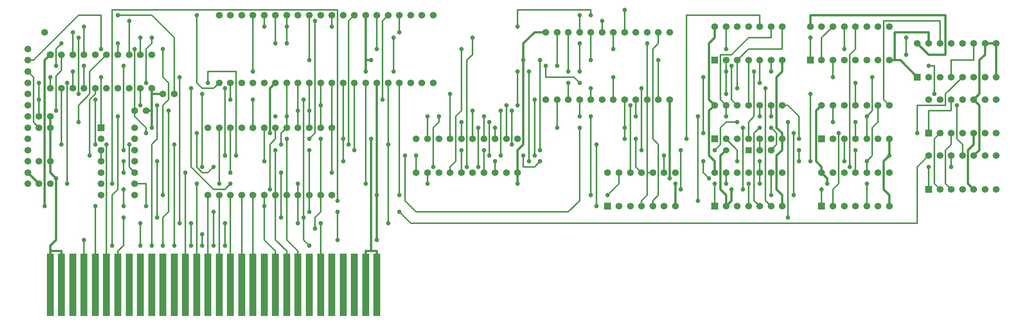
<source format=gbr>
G04 #@! TF.FileFunction,Copper,L1,Top,Signal*
%FSLAX45Y45*%
G04 Gerber Fmt 4.5, Leading zero omitted, Abs format (unit mm)*
G04 Created by KiCad (PCBNEW 4.0.5-e0-6337~49~ubuntu16.04.1) date Sat Jan 14 19:35:42 2017*
%MOMM*%
%LPD*%
G01*
G04 APERTURE LIST*
%ADD10C,0.100000*%
%ADD11C,1.500000*%
%ADD12C,1.600000*%
%ADD13R,1.500000X1.500000*%
%ADD14R,1.400000X1.400000*%
%ADD15C,1.400000*%
%ADD16R,1.500000X14.000000*%
%ADD17C,1.000000*%
%ADD18C,0.350000*%
%ADD19C,0.500000*%
G04 APERTURE END LIST*
D10*
D11*
X7225000Y-8300000D03*
X6975000Y-8300000D03*
X6725000Y-8300000D03*
X6475000Y-8300000D03*
X6225000Y-8300000D03*
X5975000Y-8300000D03*
X5725000Y-8300000D03*
X5475000Y-8300000D03*
X5225000Y-8300000D03*
D12*
X4975000Y-8300000D03*
D11*
X4975000Y-9050000D03*
X5225000Y-9050000D03*
X5475000Y-9050000D03*
X5725000Y-9050000D03*
X5975000Y-9050000D03*
X6225000Y-9050000D03*
X6475000Y-9050000D03*
X6725000Y-9050000D03*
X6975000Y-9050000D03*
X7225000Y-9050000D03*
D13*
X21850000Y-8425000D03*
D11*
X22100000Y-8425000D03*
X22350000Y-8425000D03*
X22600000Y-8425000D03*
X22850000Y-8425000D03*
X23100000Y-8425000D03*
X23350000Y-8425000D03*
X23600000Y-8425000D03*
X23600000Y-7675000D03*
X23350000Y-7675000D03*
X23100000Y-7675000D03*
X22850000Y-7675000D03*
X22600000Y-7675000D03*
X22350000Y-7675000D03*
X22100000Y-7675000D03*
X21850000Y-7675000D03*
D13*
X19725000Y-8425000D03*
D11*
X19975000Y-8425000D03*
X20225000Y-8425000D03*
X20475000Y-8425000D03*
X20725000Y-8425000D03*
X20975000Y-8425000D03*
X21225000Y-8425000D03*
X21225000Y-7675000D03*
X20975000Y-7675000D03*
X20725000Y-7675000D03*
X20475000Y-7675000D03*
X20225000Y-7675000D03*
X19975000Y-7675000D03*
X19725000Y-7675000D03*
X13100000Y-10925000D03*
X13350000Y-10925000D03*
X13600000Y-10925000D03*
X13850000Y-10925000D03*
X14100000Y-10925000D03*
X14350000Y-10925000D03*
X14600000Y-10925000D03*
X14850000Y-10925000D03*
X15100000Y-10925000D03*
X15350000Y-10925000D03*
X15350000Y-10175000D03*
X15100000Y-10175000D03*
X14850000Y-10175000D03*
X14600000Y-10175000D03*
X14350000Y-10175000D03*
X14100000Y-10175000D03*
X13850000Y-10175000D03*
X13600000Y-10175000D03*
X13350000Y-10175000D03*
X13100000Y-10175000D03*
X18725000Y-7800000D03*
X18475000Y-7800000D03*
X18225000Y-7800000D03*
X17975000Y-7800000D03*
X17725000Y-7800000D03*
X17475000Y-7800000D03*
X17225000Y-7800000D03*
X16975000Y-7800000D03*
X16725000Y-7800000D03*
X16475000Y-7800000D03*
X16225000Y-7800000D03*
X15975000Y-7800000D03*
X15975000Y-9300000D03*
X16225000Y-9300000D03*
X16475000Y-9300000D03*
X16725000Y-9300000D03*
X16975000Y-9300000D03*
X17225000Y-9300000D03*
X17475000Y-9300000D03*
X17725000Y-9300000D03*
X17975000Y-9300000D03*
X18225000Y-9300000D03*
X18475000Y-9300000D03*
X18725000Y-9300000D03*
X4974936Y-9925000D03*
X4725000Y-9925000D03*
D14*
X20475000Y-10425000D03*
D15*
X19975000Y-10425000D03*
D11*
X4475000Y-10925000D03*
X4475000Y-10425000D03*
X4475000Y-9675000D03*
X4475000Y-8925000D03*
X4475000Y-8425000D03*
X4475000Y-8175000D03*
X4475000Y-11175000D03*
X4475000Y-10675000D03*
X4475000Y-10175000D03*
X4475000Y-9925000D03*
X4475000Y-9425000D03*
X4475000Y-9175000D03*
X4475000Y-8675000D03*
X4974936Y-10675000D03*
X4725000Y-10675000D03*
X4975000Y-11175000D03*
X4725064Y-11175000D03*
X7475064Y-9175000D03*
X7725000Y-9175000D03*
X4975000Y-9675000D03*
X4725064Y-9675000D03*
X7099936Y-9550000D03*
X6850000Y-9550000D03*
D13*
X19725000Y-10175000D03*
D11*
X19975000Y-10175000D03*
X20225000Y-10175000D03*
X20475000Y-10175000D03*
X20725000Y-10175000D03*
X20975000Y-10175000D03*
X21225000Y-10175000D03*
X21225000Y-9425000D03*
X20975000Y-9425000D03*
X20725000Y-9425000D03*
X20475000Y-9425000D03*
X20225000Y-9425000D03*
X19975000Y-9425000D03*
X19725000Y-9425000D03*
D13*
X17350000Y-11675000D03*
D11*
X17600000Y-11675000D03*
X17850000Y-11675000D03*
X18100000Y-11675000D03*
X18350000Y-11675000D03*
X18600000Y-11675000D03*
X18850000Y-11675000D03*
X18850000Y-10925000D03*
X18600000Y-10925000D03*
X18350000Y-10925000D03*
X18100000Y-10925000D03*
X17850000Y-10925000D03*
X17600000Y-10925000D03*
X17350000Y-10925000D03*
D13*
X19725000Y-11675000D03*
D11*
X19975000Y-11675000D03*
X20225000Y-11675000D03*
X20475000Y-11675000D03*
X20725000Y-11675000D03*
X20975000Y-11675000D03*
X21225000Y-11675000D03*
X21225000Y-10925000D03*
X20975000Y-10925000D03*
X20725000Y-10925000D03*
X20475000Y-10925000D03*
X20225000Y-10925000D03*
X19975000Y-10925000D03*
X19725000Y-10925000D03*
D13*
X24225000Y-8800000D03*
D11*
X24475000Y-8800000D03*
X24725000Y-8800000D03*
X24975000Y-8800000D03*
X25225000Y-8800000D03*
X25475000Y-8800000D03*
X25725000Y-8800000D03*
X25975000Y-8800000D03*
X25975000Y-8050000D03*
X25725000Y-8050000D03*
X25475000Y-8050000D03*
X25225000Y-8050000D03*
X24975000Y-8050000D03*
X24725000Y-8050000D03*
X24475000Y-8050000D03*
X24225000Y-8050000D03*
D13*
X24475000Y-10050000D03*
D11*
X24725000Y-10050000D03*
X24975000Y-10050000D03*
X25225000Y-10050000D03*
X25475000Y-10050000D03*
X25725000Y-10050000D03*
X25975000Y-10050000D03*
X25975000Y-9300000D03*
X25725000Y-9300000D03*
X25475000Y-9300000D03*
X25225000Y-9300000D03*
X24975000Y-9300000D03*
X24725000Y-9300000D03*
X24475000Y-9300000D03*
D13*
X24475000Y-11300000D03*
D11*
X24725000Y-11300000D03*
X24975000Y-11300000D03*
X25225000Y-11300000D03*
X25475000Y-11300000D03*
X25725000Y-11300000D03*
X25975000Y-11300000D03*
X25975000Y-10550000D03*
X25725000Y-10550000D03*
X25475000Y-10550000D03*
X25225000Y-10550000D03*
X24975000Y-10550000D03*
X24725000Y-10550000D03*
X24475000Y-10550000D03*
D13*
X22100000Y-11675000D03*
D11*
X22350000Y-11675000D03*
X22600000Y-11675000D03*
X22850000Y-11675000D03*
X23100000Y-11675000D03*
X23350000Y-11675000D03*
X23600000Y-11675000D03*
X23600000Y-10925000D03*
X23350000Y-10925000D03*
X23100000Y-10925000D03*
X22850000Y-10925000D03*
X22600000Y-10925000D03*
X22350000Y-10925000D03*
X22100000Y-10925000D03*
D13*
X22100000Y-10175000D03*
D11*
X22350000Y-10175000D03*
X22600000Y-10175000D03*
X22850000Y-10175000D03*
X23100000Y-10175000D03*
X23350000Y-10175000D03*
X23600000Y-10175000D03*
X23600000Y-9425000D03*
X23350000Y-9425000D03*
X23100000Y-9425000D03*
X22850000Y-9425000D03*
X22600000Y-9425000D03*
X22350000Y-9425000D03*
X22100000Y-9425000D03*
X20974936Y-10425000D03*
X20725000Y-10425000D03*
D13*
X6100000Y-9925000D03*
D11*
X6100000Y-10175000D03*
X6100000Y-10425000D03*
X6100000Y-10675000D03*
X6100000Y-10925000D03*
X6100000Y-11175000D03*
X6100000Y-11425000D03*
X6850000Y-11425000D03*
X6850000Y-11175000D03*
X6850000Y-10925000D03*
X6850000Y-10675000D03*
X6850000Y-10425000D03*
X6850000Y-10175000D03*
X6850000Y-9925000D03*
D16*
X4975000Y-13425000D03*
X5225000Y-13425000D03*
X5475000Y-13425000D03*
X5725000Y-13425000D03*
X5975000Y-13425000D03*
X6225000Y-13425000D03*
X6475000Y-13425000D03*
X6725000Y-13425000D03*
X6975000Y-13425000D03*
X7225000Y-13425000D03*
X7475000Y-13425000D03*
X7725000Y-13425000D03*
X7975000Y-13425000D03*
X8225000Y-13425000D03*
X8475000Y-13425000D03*
X8725000Y-13425000D03*
X8975000Y-13425000D03*
X9225000Y-13425000D03*
X9475000Y-13425000D03*
X9725000Y-13425000D03*
X9975000Y-13425000D03*
X10225000Y-13425000D03*
X10475000Y-13425000D03*
X10725000Y-13425000D03*
X10975000Y-13425000D03*
X11225000Y-13425000D03*
X11475000Y-13425000D03*
X11725000Y-13425000D03*
X11975000Y-13425000D03*
X12225000Y-13425000D03*
D11*
X8475000Y-11425000D03*
X8725000Y-11425000D03*
X8975000Y-11425000D03*
X9225000Y-11425000D03*
X9475000Y-11425000D03*
X9725000Y-11425000D03*
X9975000Y-11425000D03*
X10225000Y-11425000D03*
X10475000Y-11425000D03*
X10725000Y-11425000D03*
X10975000Y-11425000D03*
X11225000Y-11425000D03*
X11225000Y-9925000D03*
X10975000Y-9925000D03*
X10725000Y-9925000D03*
X10475000Y-9925000D03*
X10225000Y-9925000D03*
X9975000Y-9925000D03*
X9725000Y-9925000D03*
X9475000Y-9925000D03*
X9225000Y-9925000D03*
X8975000Y-9925000D03*
X8725000Y-9925000D03*
X8475000Y-9925000D03*
X4850000Y-7800000D03*
X13475000Y-7425000D03*
X13225000Y-7425000D03*
X12975000Y-7425000D03*
X12725000Y-7425000D03*
X12475000Y-7425000D03*
X12225000Y-7425000D03*
X11975000Y-7425000D03*
X11725000Y-7425000D03*
X11475000Y-7425000D03*
X11225000Y-7425000D03*
X10975000Y-7425000D03*
X10725000Y-7425000D03*
X10475000Y-7425000D03*
X10225000Y-7425000D03*
X9975000Y-7425000D03*
X9725000Y-7425000D03*
X9475000Y-7425000D03*
X9225000Y-7425000D03*
X8975000Y-7425000D03*
X8725000Y-7425000D03*
X8725000Y-8925000D03*
X8975000Y-8925000D03*
X9225000Y-8925000D03*
X9475000Y-8925000D03*
X9725000Y-8925000D03*
X9975000Y-8925000D03*
X10225000Y-8925000D03*
X10475000Y-8925000D03*
X10725000Y-8925000D03*
X10975000Y-8925000D03*
X11225000Y-8925000D03*
X11475000Y-8925000D03*
X11725000Y-8925000D03*
X11975000Y-8925000D03*
X12225000Y-8925000D03*
X12475000Y-8925000D03*
X12725000Y-8925000D03*
X12975000Y-8925000D03*
X13225000Y-8925000D03*
X13475000Y-8925000D03*
D17*
X16725000Y-7425000D03*
X17225000Y-7550000D03*
X17725000Y-7300000D03*
X12725000Y-7800000D03*
X7475000Y-11425000D03*
X7475000Y-8175000D03*
X12225000Y-8175000D03*
X17975000Y-9675000D03*
X12725000Y-11425000D03*
X16975000Y-11425000D03*
X16975000Y-9675000D03*
X17475000Y-8800000D03*
X16975000Y-9050000D03*
X16475000Y-8925000D03*
X4850000Y-11675000D03*
X12100000Y-8425000D03*
X12225000Y-11425000D03*
X12225000Y-12425000D03*
X20100000Y-11300000D03*
X15475000Y-8425000D03*
X15350000Y-11175000D03*
X18850000Y-11175000D03*
X11975000Y-8675000D03*
X23600000Y-10550000D03*
X10725000Y-12550000D03*
X22350000Y-9800000D03*
X21350000Y-9800000D03*
X21350000Y-11925000D03*
X12350000Y-9300000D03*
X10600000Y-11925000D03*
X10600000Y-9300000D03*
X9475000Y-9300000D03*
X8225000Y-7425000D03*
X5225000Y-8050000D03*
X5100000Y-8550000D03*
X6475000Y-7425000D03*
X8975000Y-9300000D03*
X4725000Y-8925000D03*
X4725000Y-9300000D03*
X5975000Y-9300000D03*
X5975000Y-10300000D03*
X8850000Y-10550000D03*
X8850000Y-9050000D03*
X8350000Y-9175000D03*
X8350000Y-10800000D03*
X12475000Y-12050000D03*
X10975000Y-12050000D03*
X12475000Y-10300000D03*
X15225000Y-10300000D03*
X15225000Y-9550000D03*
X7100000Y-8925000D03*
X7225000Y-7925000D03*
X19975000Y-11175000D03*
X19725000Y-11175000D03*
X23975000Y-8300000D03*
X23975000Y-7925000D03*
X21850000Y-7925000D03*
X18225000Y-8050000D03*
X17850000Y-9425000D03*
X15350000Y-9425000D03*
X15350000Y-8675000D03*
X12600000Y-8675000D03*
X12600000Y-7925000D03*
X5350000Y-8925000D03*
X5350000Y-11175000D03*
X4975000Y-8800000D03*
X14225000Y-10800000D03*
X14350000Y-7925000D03*
X14100000Y-8175000D03*
X17475000Y-8175000D03*
X14600000Y-10425000D03*
X15850000Y-10425000D03*
X15850000Y-8425000D03*
X16975000Y-8425000D03*
X14850000Y-10675000D03*
X15600000Y-10675000D03*
X15600000Y-8675000D03*
X16475000Y-8675000D03*
X16225000Y-9925000D03*
X14850000Y-9925000D03*
X16725000Y-9675000D03*
X14600000Y-9675000D03*
X13850000Y-9175000D03*
X18475000Y-8425000D03*
X18100000Y-10425000D03*
X18100000Y-9050000D03*
X20225000Y-9050000D03*
X7225000Y-9925000D03*
X5100000Y-11050000D03*
X22225000Y-11175000D03*
X18725000Y-11050000D03*
X12100000Y-10175000D03*
X9850000Y-10050000D03*
X19975000Y-8175000D03*
X5600000Y-7925000D03*
X6975000Y-7925000D03*
X5600000Y-9175000D03*
X5600000Y-9800000D03*
X5100000Y-9550000D03*
X5225000Y-10300000D03*
X5850000Y-10550000D03*
X6975000Y-9425000D03*
X22350000Y-8800000D03*
X24225000Y-10050000D03*
X19350000Y-11550000D03*
X19350000Y-9675000D03*
X22475000Y-10050000D03*
X19975000Y-9675000D03*
X22600000Y-8175000D03*
X24475000Y-10800000D03*
X24975000Y-10800000D03*
X20975000Y-9925000D03*
X20725000Y-9925000D03*
X21600000Y-10675000D03*
X21600000Y-10425000D03*
X25100000Y-9425000D03*
X24600000Y-9175000D03*
X23100000Y-9675000D03*
X20975000Y-9675000D03*
X23225000Y-8800000D03*
X24475000Y-8550000D03*
X22850000Y-9800000D03*
X22725000Y-10800000D03*
X20725000Y-11175000D03*
X20475000Y-11175000D03*
X20725000Y-10675000D03*
X20225000Y-10675000D03*
X20850000Y-9050000D03*
X20975000Y-11425000D03*
X22600000Y-10675000D03*
X23100000Y-10675000D03*
X19100000Y-10175000D03*
X17975000Y-10175000D03*
X6350000Y-11175000D03*
X11350000Y-11550000D03*
X17350000Y-11425000D03*
X23100000Y-11175000D03*
X22850000Y-10425000D03*
X13475000Y-10800000D03*
X8600000Y-10800000D03*
X8225000Y-10050000D03*
X6850000Y-8175000D03*
X6100000Y-8175000D03*
X7100000Y-10050000D03*
X19475000Y-10675000D03*
X15850000Y-10675000D03*
X15475000Y-10550000D03*
X14975000Y-10550000D03*
X14975000Y-9550000D03*
X13600000Y-9675000D03*
X19600000Y-11050000D03*
X20975000Y-8675000D03*
X20600000Y-8675000D03*
X21600000Y-10175000D03*
X6100000Y-8800000D03*
X22850000Y-8925000D03*
X16725000Y-9925000D03*
X19475000Y-10050000D03*
X12850000Y-10550000D03*
X9100000Y-10550000D03*
X8475000Y-8925000D03*
X19475000Y-8800000D03*
X6225000Y-10300000D03*
X6725000Y-10300000D03*
X6600000Y-10425000D03*
X6600000Y-8550000D03*
X15975000Y-8550000D03*
X16725000Y-8925000D03*
X20725000Y-8925000D03*
X6600000Y-10675000D03*
X6600000Y-10925000D03*
X16975000Y-7425000D03*
X15350000Y-7675000D03*
X11225000Y-7675000D03*
X18600000Y-10550000D03*
X15725000Y-10550000D03*
X15729289Y-9300000D03*
X20350000Y-11300000D03*
X22100000Y-11300000D03*
X20350000Y-9925000D03*
X17725000Y-10175000D03*
X17725000Y-9925000D03*
X6725000Y-7550000D03*
X19975000Y-9175000D03*
X19975000Y-8675000D03*
X16725000Y-8675000D03*
X16725000Y-8050000D03*
X10225000Y-7675000D03*
X10225000Y-8050000D03*
X21850000Y-9175000D03*
X21850000Y-10675000D03*
X9850000Y-11300000D03*
X6600000Y-11300000D03*
X6600000Y-11675000D03*
X5975000Y-11675000D03*
X9975000Y-9675000D03*
X6475000Y-9675000D03*
X6350000Y-12550000D03*
X10725000Y-8425000D03*
X5725000Y-8550000D03*
X5475000Y-7800000D03*
X9975000Y-8050000D03*
X6475000Y-8050000D03*
X5725000Y-7675000D03*
X9725000Y-7675000D03*
X5475000Y-8675000D03*
X9475000Y-8675000D03*
X19725000Y-10425000D03*
X8100000Y-9050000D03*
X21475000Y-11425000D03*
X21475000Y-10050000D03*
X18975000Y-10425000D03*
X18975000Y-11300000D03*
X8975000Y-11175000D03*
X20225000Y-9800000D03*
X11600000Y-10300000D03*
X9975000Y-10425000D03*
X10225000Y-10175000D03*
X10725000Y-10175000D03*
X10850000Y-7550000D03*
X10100000Y-10300000D03*
X7725000Y-10300000D03*
X7725000Y-12550000D03*
X10225000Y-9675000D03*
X13350000Y-9675000D03*
X10475000Y-9550000D03*
X7600000Y-9550000D03*
X7475000Y-12550000D03*
X14100000Y-9800000D03*
X10725000Y-9550000D03*
X14350000Y-9550000D03*
X7350000Y-9425000D03*
X7225000Y-12550000D03*
X7850000Y-12050000D03*
X6975000Y-12050000D03*
X6975000Y-12550000D03*
X7850000Y-8800000D03*
X10975000Y-9425000D03*
X15100000Y-9425000D03*
X10100000Y-10925000D03*
X10100000Y-11925000D03*
X8100000Y-12050000D03*
X8100000Y-12550000D03*
X11225000Y-10925000D03*
X14475000Y-10800000D03*
X14475000Y-9925000D03*
X11475000Y-10675000D03*
X8350000Y-12300000D03*
X10850000Y-12175000D03*
X8350000Y-12550000D03*
X10975000Y-10175000D03*
X11475000Y-10175000D03*
X8600000Y-12550000D03*
X14100000Y-10425000D03*
X11725000Y-10425000D03*
X10725000Y-10425000D03*
X8600000Y-11800000D03*
X10725000Y-11800000D03*
X8850000Y-12050000D03*
X8850000Y-12550000D03*
X11975000Y-11175000D03*
X13350000Y-11175000D03*
X10475000Y-11175000D03*
X10475000Y-12050000D03*
X20100000Y-8550000D03*
X16225000Y-8550000D03*
X20725000Y-9675000D03*
X13100000Y-10550000D03*
X14725000Y-10550000D03*
X14725000Y-9800000D03*
X17100000Y-10300000D03*
X17100000Y-11675000D03*
X7100000Y-11675000D03*
X9725000Y-11675000D03*
X7350000Y-10675000D03*
X9725000Y-10675000D03*
X7350000Y-11925000D03*
X6600000Y-11925000D03*
X7975000Y-10925000D03*
X8975000Y-10925000D03*
X8225000Y-11175000D03*
X8725000Y-11175000D03*
X12725000Y-11800000D03*
X11350000Y-11800000D03*
X11350000Y-12425000D03*
X5725000Y-12425000D03*
D18*
X16725000Y-7800000D02*
X16725000Y-7425000D01*
X17225000Y-7800000D02*
X17225000Y-7550000D01*
X17725000Y-7800000D02*
X17725000Y-7300000D01*
X12725000Y-7425000D02*
X12725000Y-7800000D01*
X7475000Y-9425000D02*
X7475000Y-11425000D01*
X7600000Y-9300000D02*
X7475000Y-9425000D01*
X7600000Y-8925000D02*
X7600000Y-9300000D01*
X7475000Y-8800000D02*
X7600000Y-8925000D01*
X7475000Y-8175000D02*
X7475000Y-8800000D01*
X12225000Y-7425000D02*
X12225000Y-8175000D01*
X12725000Y-8925000D02*
X12725000Y-11425000D01*
X16975000Y-9675000D02*
X16975000Y-11425000D01*
X17975000Y-9300000D02*
X17975000Y-9675000D01*
X17475000Y-8800000D02*
X17475000Y-9300000D01*
X16975000Y-9050000D02*
X16975000Y-9300000D01*
X16475000Y-9300000D02*
X16475000Y-8925000D01*
D19*
X12225000Y-11425000D02*
X12225000Y-12425000D01*
X4850000Y-8425000D02*
X4850000Y-11675000D01*
X4975000Y-8300000D02*
X4850000Y-8425000D01*
X11975000Y-8675000D02*
X11975000Y-8425000D01*
X11975000Y-8425000D02*
X11975000Y-7425000D01*
X12100000Y-8425000D02*
X11975000Y-8425000D01*
X12225000Y-12425000D02*
X12225000Y-8925000D01*
X20100000Y-11550000D02*
X20100000Y-11300000D01*
X19975000Y-11675000D02*
X20100000Y-11550000D01*
X19850000Y-10550000D02*
X19975000Y-10425000D01*
X19850000Y-11300000D02*
X19850000Y-10550000D01*
X19975000Y-11425000D02*
X19850000Y-11300000D01*
X19975000Y-11675000D02*
X19975000Y-11425000D01*
X21225000Y-11425000D02*
X21225000Y-11675000D01*
X21100000Y-11300000D02*
X21225000Y-11425000D01*
X21100000Y-10550000D02*
X21100000Y-11300000D01*
X21225000Y-10175000D02*
X21225000Y-10425000D01*
X21225000Y-10050000D02*
X21225000Y-10175000D01*
X21225000Y-8425000D02*
X21225000Y-8675000D01*
X23600000Y-11425000D02*
X23600000Y-11675000D01*
X25975000Y-8050000D02*
X25975000Y-8800000D01*
X25600000Y-9425000D02*
X25475000Y-9300000D01*
X25600000Y-10425000D02*
X25600000Y-9425000D01*
X25475000Y-10550000D02*
X25600000Y-10425000D01*
X23850000Y-8425000D02*
X24225000Y-8800000D01*
X23725000Y-8425000D02*
X23850000Y-8425000D01*
X23725000Y-8425000D02*
X23600000Y-8425000D01*
X23725000Y-7800000D02*
X23725000Y-8425000D01*
X24475000Y-7800000D02*
X23725000Y-7800000D01*
X24475000Y-8050000D02*
X24475000Y-7800000D01*
X25975000Y-8050000D02*
X25725000Y-8050000D01*
X25725000Y-8300000D02*
X25725000Y-8050000D01*
X25600000Y-8425000D02*
X25725000Y-8300000D01*
X25600000Y-9175000D02*
X25600000Y-8425000D01*
X25475000Y-9300000D02*
X25600000Y-9175000D01*
X15350000Y-10425000D02*
X15350000Y-10925000D01*
X15475000Y-10300000D02*
X15350000Y-10425000D01*
X15475000Y-8425000D02*
X15475000Y-10300000D01*
X15475000Y-8050000D02*
X15475000Y-8425000D01*
X15725000Y-7800000D02*
X15475000Y-8050000D01*
X15975000Y-7800000D02*
X15725000Y-7800000D01*
X23600000Y-10175000D02*
X23600000Y-10550000D01*
X15350000Y-10925000D02*
X15350000Y-11175000D01*
X18850000Y-11675000D02*
X18850000Y-11175000D01*
X21225000Y-8675000D02*
X21100000Y-8800000D01*
X23475000Y-11300000D02*
X23600000Y-11425000D01*
X21225000Y-10425000D02*
X21100000Y-10550000D01*
X21100000Y-9925000D02*
X21225000Y-10050000D01*
X21100000Y-8800000D02*
X21100000Y-9925000D01*
X23475000Y-10675000D02*
X23475000Y-11300000D01*
X23600000Y-10550000D02*
X23475000Y-10675000D01*
D18*
X10600000Y-9300000D02*
X10600000Y-11925000D01*
X10600000Y-11925000D02*
X10600000Y-12425000D01*
X10600000Y-12425000D02*
X10725000Y-12550000D01*
X22350000Y-9800000D02*
X22350000Y-9425000D01*
X21350000Y-11925000D02*
X21350000Y-9800000D01*
X12350000Y-9300000D02*
X12350000Y-7550000D01*
X12350000Y-7550000D02*
X12475000Y-7425000D01*
X9475000Y-9925000D02*
X9475000Y-9300000D01*
X4600000Y-8800000D02*
X4475000Y-8675000D01*
X4600000Y-9800000D02*
X4600000Y-8800000D01*
X4725000Y-9925000D02*
X4600000Y-9800000D01*
X8600000Y-9050000D02*
X8725000Y-8925000D01*
X8350000Y-9050000D02*
X8600000Y-9050000D01*
X8225000Y-8925000D02*
X8350000Y-9050000D01*
X8225000Y-7425000D02*
X8225000Y-8925000D01*
X5100000Y-8550000D02*
X5100000Y-8175000D01*
X5100000Y-8175000D02*
X5225000Y-8050000D01*
X7225000Y-7425000D02*
X6475000Y-7425000D01*
X7725000Y-7925000D02*
X7225000Y-7425000D01*
X7725000Y-9175000D02*
X7725000Y-7925000D01*
X8975000Y-8925000D02*
X8975000Y-9300000D01*
X4725000Y-9300000D02*
X4725000Y-9674936D01*
X4725000Y-9674936D02*
X4725064Y-9675000D01*
X4725000Y-9300000D02*
X4725000Y-8925000D01*
X5975000Y-10300000D02*
X5975000Y-9300000D01*
X8850000Y-9050000D02*
X8850000Y-10550000D01*
X8350000Y-10800000D02*
X8350000Y-9175000D01*
X12475000Y-10300000D02*
X12475000Y-12050000D01*
X10975000Y-13300000D02*
X10975000Y-12050000D01*
X12475000Y-8925000D02*
X12475000Y-10300000D01*
X15225000Y-10300000D02*
X15225000Y-9550000D01*
X4975000Y-8800000D02*
X4975000Y-9050000D01*
X18225000Y-9300000D02*
X18225000Y-10925000D01*
X7100000Y-8175000D02*
X7100000Y-8925000D01*
X7225000Y-8050000D02*
X7100000Y-8175000D01*
X7225000Y-7925000D02*
X7225000Y-8050000D01*
X18225000Y-8050000D02*
X18225000Y-9300000D01*
X19975000Y-11175000D02*
X19975000Y-10925000D01*
X19725000Y-11675000D02*
X19725000Y-11175000D01*
X24975000Y-8425000D02*
X24975000Y-8800000D01*
X25475000Y-8425000D02*
X24975000Y-8425000D01*
X25475000Y-8050000D02*
X25475000Y-8425000D01*
X21850000Y-8425000D02*
X21850000Y-7925000D01*
X23975000Y-8300000D02*
X23975000Y-7925000D01*
X17850000Y-10925000D02*
X17850000Y-9425000D01*
X18225000Y-10925000D02*
X18350000Y-10925000D01*
X18225000Y-11425000D02*
X18225000Y-10925000D01*
X18100000Y-11550000D02*
X18225000Y-11425000D01*
X18100000Y-11675000D02*
X18100000Y-11550000D01*
X15350000Y-8675000D02*
X15350000Y-9425000D01*
X12600000Y-7925000D02*
X12600000Y-8675000D01*
X5350000Y-8925000D02*
X5350000Y-11175000D01*
X18475000Y-10300000D02*
X18350000Y-10175000D01*
X18475000Y-11425000D02*
X18475000Y-10300000D01*
X18350000Y-11550000D02*
X18475000Y-11425000D01*
X18350000Y-10175000D02*
X18350000Y-8175000D01*
X18475000Y-8050000D02*
X18475000Y-7800000D01*
X18350000Y-8175000D02*
X18475000Y-8050000D01*
X18350000Y-11675000D02*
X18350000Y-11550000D01*
X14225000Y-10800000D02*
X14225000Y-8425000D01*
X14350000Y-8300000D02*
X14350000Y-7925000D01*
X14225000Y-8425000D02*
X14350000Y-8300000D01*
X13975000Y-10675000D02*
X13975000Y-9675000D01*
X13850000Y-10800000D02*
X13975000Y-10675000D01*
X13850000Y-10925000D02*
X13850000Y-10800000D01*
X14100000Y-9550000D02*
X13975000Y-9675000D01*
X14100000Y-8175000D02*
X14100000Y-9550000D01*
X17475000Y-7800000D02*
X17475000Y-8175000D01*
X14600000Y-10425000D02*
X14600000Y-10925000D01*
X15850000Y-8425000D02*
X15850000Y-10425000D01*
X16975000Y-7800000D02*
X16975000Y-8425000D01*
X14850000Y-10925000D02*
X14850000Y-10675000D01*
X15600000Y-8675000D02*
X15600000Y-10675000D01*
X16475000Y-7800000D02*
X16475000Y-8675000D01*
X16225000Y-9925000D02*
X16225000Y-9300000D01*
X14850000Y-10175000D02*
X14850000Y-9925000D01*
X16725000Y-9675000D02*
X16725000Y-9300000D01*
X14600000Y-10175000D02*
X14600000Y-9675000D01*
X13850000Y-10175000D02*
X13850000Y-9175000D01*
X18475000Y-8425000D02*
X18475000Y-9300000D01*
X20475000Y-8175000D02*
X20225000Y-8425000D01*
X21225000Y-8175000D02*
X20475000Y-8175000D01*
X21225000Y-7675000D02*
X21225000Y-8175000D01*
X18100000Y-10425000D02*
X18100000Y-9050000D01*
X20225000Y-8425000D02*
X20225000Y-9050000D01*
D19*
X9850000Y-9050000D02*
X9850000Y-10050000D01*
X9975000Y-8925000D02*
X9850000Y-9050000D01*
X7225000Y-9550000D02*
X7225000Y-9925000D01*
X12100000Y-12675000D02*
X11975000Y-12675000D01*
X12225000Y-12675000D02*
X12100000Y-12675000D01*
X12100000Y-12675000D02*
X12100000Y-10175000D01*
X11975000Y-12675000D02*
X11975000Y-13425000D01*
X12225000Y-13425000D02*
X12225000Y-12675000D01*
X5225000Y-12675000D02*
X5225000Y-13425000D01*
X4975000Y-12675000D02*
X4975000Y-13425000D01*
X4975000Y-12550000D02*
X4975000Y-12675000D01*
X4975000Y-12675000D02*
X5225000Y-12675000D01*
X5100000Y-11050000D02*
X5100000Y-12425000D01*
X5100000Y-12425000D02*
X4975000Y-12550000D01*
X4974936Y-10924936D02*
X5100000Y-11050000D01*
X4974936Y-10675000D02*
X4974936Y-10924936D01*
X4725064Y-11175000D02*
X4725000Y-11175000D01*
X4725000Y-11175000D02*
X4475000Y-10925000D01*
X4975000Y-9675000D02*
X4975000Y-9924936D01*
X4975000Y-9924936D02*
X4974936Y-9925000D01*
X7225000Y-9550000D02*
X7225000Y-9175000D01*
X7225000Y-9175000D02*
X7225000Y-9050000D01*
X7475064Y-9175000D02*
X7225000Y-9175000D01*
X19725000Y-10675000D02*
X19725000Y-10925000D01*
X19725000Y-9425000D02*
X19600000Y-9550000D01*
X22100000Y-10925000D02*
X22225000Y-11050000D01*
X22225000Y-11050000D02*
X22225000Y-11175000D01*
X22100000Y-10925000D02*
X22100000Y-10800000D01*
X25350000Y-11175000D02*
X25475000Y-11300000D01*
X25350000Y-10425000D02*
X25350000Y-11175000D01*
X25475000Y-10050000D02*
X25475000Y-10300000D01*
X21850000Y-7675000D02*
X21850000Y-7425000D01*
X21850000Y-7425000D02*
X24850000Y-7425000D01*
X24850000Y-7425000D02*
X24850000Y-8300000D01*
X24850000Y-8300000D02*
X24475000Y-8300000D01*
X24475000Y-8300000D02*
X24225000Y-8050000D01*
X19725000Y-9425000D02*
X19600000Y-9300000D01*
X19600000Y-8050000D02*
X19725000Y-7925000D01*
X19600000Y-9300000D02*
X19600000Y-8050000D01*
X19725000Y-7925000D02*
X19725000Y-7675000D01*
X18725000Y-11050000D02*
X18725000Y-9300000D01*
X7099936Y-9550000D02*
X7225000Y-9550000D01*
X4974936Y-9925000D02*
X4974936Y-10674936D01*
X19600000Y-9550000D02*
X19600000Y-10550000D01*
X19600000Y-10550000D02*
X19725000Y-10675000D01*
X21975000Y-9550000D02*
X22100000Y-9425000D01*
X21975000Y-10675000D02*
X21975000Y-9550000D01*
X22100000Y-10800000D02*
X21975000Y-10675000D01*
X25475000Y-10300000D02*
X25350000Y-10425000D01*
D18*
X19975000Y-8175000D02*
X19975000Y-7675000D01*
X5600000Y-9175000D02*
X5600000Y-7925000D01*
X6975000Y-8300000D02*
X6975000Y-7925000D01*
X5600000Y-9425000D02*
X5600000Y-9800000D01*
X5850000Y-9175000D02*
X5600000Y-9425000D01*
X5850000Y-8675000D02*
X5850000Y-9175000D01*
X6225000Y-8300000D02*
X5850000Y-8675000D01*
X5100000Y-8775000D02*
X5225000Y-8650000D01*
X5225000Y-8650000D02*
X5225000Y-8300000D01*
X5100000Y-9550000D02*
X5100000Y-8775000D01*
X5225000Y-9000000D02*
X5225000Y-10300000D01*
X5975000Y-9175000D02*
X5975000Y-9050000D01*
X5850000Y-9300000D02*
X5850000Y-10550000D01*
X5850000Y-9300000D02*
X5975000Y-9175000D01*
X6975000Y-9000000D02*
X6975000Y-9425000D01*
X22350000Y-8425000D02*
X22350000Y-8800000D01*
X22100000Y-7925000D02*
X22100000Y-8425000D01*
X22350000Y-7675000D02*
X22100000Y-7925000D01*
X24225000Y-10050000D02*
X24225000Y-9425000D01*
X24225000Y-9425000D02*
X24850000Y-9425000D01*
X19975000Y-9425000D02*
X19975000Y-9675000D01*
X22350000Y-11300000D02*
X22475000Y-11175000D01*
X22350000Y-11675000D02*
X22350000Y-11300000D01*
X19975000Y-9425000D02*
X19850000Y-9300000D01*
X19850000Y-9300000D02*
X19850000Y-8300000D01*
X20100000Y-8300000D02*
X20475000Y-7925000D01*
X19850000Y-8300000D02*
X20100000Y-8300000D01*
X20475000Y-7925000D02*
X20975000Y-7925000D01*
X20975000Y-7925000D02*
X20975000Y-7675000D01*
X24850000Y-9175000D02*
X25225000Y-8800000D01*
X24850000Y-9425000D02*
X24850000Y-9175000D01*
X19350000Y-9675000D02*
X19350000Y-11550000D01*
X22475000Y-11175000D02*
X22475000Y-10050000D01*
X22600000Y-8175000D02*
X22600000Y-7675000D01*
X23475000Y-7550000D02*
X23475000Y-9300000D01*
X23475000Y-9300000D02*
X23600000Y-9425000D01*
X24725000Y-7550000D02*
X23475000Y-7550000D01*
X24725000Y-8050000D02*
X24725000Y-7550000D01*
X24975000Y-10800000D02*
X24975000Y-10550000D01*
X24475000Y-11300000D02*
X24475000Y-10800000D01*
X20974936Y-10425000D02*
X21099936Y-10300000D01*
X21099936Y-10300000D02*
X21099936Y-10049936D01*
X20725000Y-11675000D02*
X20600000Y-11550000D01*
X24600000Y-11175000D02*
X24725000Y-11300000D01*
X24600000Y-10175000D02*
X24600000Y-11175000D01*
X24725000Y-10050000D02*
X24600000Y-10175000D01*
X20600000Y-11550000D02*
X20600000Y-10050000D01*
X21099936Y-10049936D02*
X20975000Y-9925000D01*
X20600000Y-10050000D02*
X20725000Y-9925000D01*
X24850000Y-11175000D02*
X24975000Y-11300000D01*
X24850000Y-10425000D02*
X24850000Y-11175000D01*
X24975000Y-10050000D02*
X24975000Y-10300000D01*
X21600000Y-10425000D02*
X21600000Y-10675000D01*
X24975000Y-10300000D02*
X24850000Y-10425000D01*
X25225000Y-10550000D02*
X25225000Y-10300000D01*
X25100000Y-10175000D02*
X25100000Y-9425000D01*
X25225000Y-10300000D02*
X25100000Y-10175000D01*
X24475000Y-10050000D02*
X24475000Y-9550000D01*
X24975000Y-9550000D02*
X24975000Y-9300000D01*
X24475000Y-9550000D02*
X24975000Y-9550000D01*
X20975000Y-9675000D02*
X20975000Y-9425000D01*
X23100000Y-9675000D02*
X23100000Y-10175000D01*
X23225000Y-9550000D02*
X23100000Y-9675000D01*
X23225000Y-8800000D02*
X23225000Y-9550000D01*
X24600000Y-8550000D02*
X24475000Y-8550000D01*
X24600000Y-9175000D02*
X24600000Y-8550000D01*
X22850000Y-9800000D02*
X22850000Y-10175000D01*
X22850000Y-7675000D02*
X22850000Y-8175000D01*
X22850000Y-8175000D02*
X22725000Y-8300000D01*
X22725000Y-8300000D02*
X22725000Y-10800000D01*
X20725000Y-11175000D02*
X20725000Y-10925000D01*
X20475000Y-11675000D02*
X20475000Y-11175000D01*
X20725000Y-10675000D02*
X20725000Y-10925000D01*
X19975000Y-10175000D02*
X20225000Y-10425000D01*
X20225000Y-10425000D02*
X20225000Y-10675000D01*
X20850000Y-11550000D02*
X20975000Y-11675000D01*
X20850000Y-9050000D02*
X20850000Y-11550000D01*
X20975000Y-11425000D02*
X20975000Y-10925000D01*
X23350000Y-9425000D02*
X23350000Y-9800000D01*
X22600000Y-10175000D02*
X22600000Y-10675000D01*
X23100000Y-10925000D02*
X23100000Y-10675000D01*
X23225000Y-10550000D02*
X23100000Y-10675000D01*
X23225000Y-9925000D02*
X23225000Y-10550000D01*
X23350000Y-9800000D02*
X23225000Y-9925000D01*
X20725000Y-7425000D02*
X20725000Y-7675000D01*
X19100000Y-7425000D02*
X20725000Y-7425000D01*
X19100000Y-10175000D02*
X19100000Y-7425000D01*
X17975000Y-10800000D02*
X17975000Y-10175000D01*
X18100000Y-10925000D02*
X17975000Y-10800000D01*
X6350000Y-7300000D02*
X6350000Y-11175000D01*
X11350000Y-11550000D02*
X11350000Y-7300000D01*
X11350000Y-7300000D02*
X6350000Y-7300000D01*
X17600000Y-11175000D02*
X17350000Y-11425000D01*
X17600000Y-10925000D02*
X17600000Y-11175000D01*
X23100000Y-11175000D02*
X23100000Y-11675000D01*
X22850000Y-10925000D02*
X22850000Y-10425000D01*
X13600000Y-9800000D02*
X13600000Y-9675000D01*
X13475000Y-9925000D02*
X13600000Y-9800000D01*
X13475000Y-10800000D02*
X13475000Y-9925000D01*
X8475000Y-10925000D02*
X8600000Y-10800000D01*
X8350000Y-10925000D02*
X8475000Y-10925000D01*
X8225000Y-10800000D02*
X8350000Y-10925000D01*
X8225000Y-10050000D02*
X8225000Y-10800000D01*
X7100000Y-9925000D02*
X7100000Y-10050000D01*
X6850000Y-9675000D02*
X7100000Y-9925000D01*
X6850000Y-9550000D02*
X6850000Y-9675000D01*
X6850000Y-9550000D02*
X6850000Y-8175000D01*
X6100000Y-7425000D02*
X6100000Y-8175000D01*
X5600000Y-7425000D02*
X6100000Y-7425000D01*
X4600000Y-8425000D02*
X5600000Y-7425000D01*
X4475000Y-8425000D02*
X4600000Y-8425000D01*
X15475000Y-10550000D02*
X15475000Y-10800000D01*
X15475000Y-10800000D02*
X15725000Y-10800000D01*
X15725000Y-10800000D02*
X15850000Y-10675000D01*
X14975000Y-9550000D02*
X14975000Y-10550000D01*
X19475000Y-10925000D02*
X19600000Y-11050000D01*
X19475000Y-10675000D02*
X19475000Y-10925000D01*
X20475000Y-9800000D02*
X20475000Y-10175000D01*
X20975000Y-8425000D02*
X20975000Y-8675000D01*
X20600000Y-8675000D02*
X20600000Y-9675000D01*
X20600000Y-9675000D02*
X20475000Y-9800000D01*
X20725000Y-10425000D02*
X20725000Y-10175000D01*
X21600000Y-9675000D02*
X21600000Y-10175000D01*
X21350000Y-9425000D02*
X21600000Y-9675000D01*
X21225000Y-9425000D02*
X21350000Y-9425000D01*
X20475000Y-8425000D02*
X20475000Y-9425000D01*
X22850000Y-9425000D02*
X22850000Y-8925000D01*
X6100000Y-8800000D02*
X6100000Y-9925000D01*
X16725000Y-11550000D02*
X16725000Y-9925000D01*
X16475000Y-11800000D02*
X16725000Y-11550000D01*
X13100000Y-11800000D02*
X16475000Y-11800000D01*
X12850000Y-11550000D02*
X13100000Y-11800000D01*
X12850000Y-10550000D02*
X12850000Y-11550000D01*
X9100000Y-10550000D02*
X9100000Y-8675000D01*
X9100000Y-8675000D02*
X8475000Y-8675000D01*
X8475000Y-8675000D02*
X8475000Y-8925000D01*
X19475000Y-8800000D02*
X19475000Y-10050000D01*
X6225000Y-13425000D02*
X6225000Y-10300000D01*
X6725000Y-10800000D02*
X6725000Y-10300000D01*
X6850000Y-10925000D02*
X6725000Y-10800000D01*
X6600000Y-8550000D02*
X6600000Y-10425000D01*
X15975000Y-8800000D02*
X15975000Y-8550000D01*
X16600000Y-8800000D02*
X15975000Y-8800000D01*
X16725000Y-8925000D02*
X16600000Y-8800000D01*
X20725000Y-8425000D02*
X20725000Y-8925000D01*
X6100000Y-10425000D02*
X6100000Y-10675000D01*
X6600000Y-10925000D02*
X6600000Y-10675000D01*
X15350000Y-7300000D02*
X16975000Y-7300000D01*
X16975000Y-7425000D02*
X16975000Y-7300000D01*
X15350000Y-7675000D02*
X15350000Y-7300000D01*
X11225000Y-7425000D02*
X11225000Y-7675000D01*
X18600000Y-10925000D02*
X18600000Y-10550000D01*
X15729289Y-9300000D02*
X15729289Y-10545711D01*
X15729289Y-10545711D02*
X15725000Y-10550000D01*
X20350000Y-11300000D02*
X20350000Y-9925000D01*
X22100000Y-11675000D02*
X22100000Y-11300000D01*
X17725000Y-9925000D02*
X17725000Y-10175000D01*
X17725000Y-9300000D02*
X17725000Y-9925000D01*
X19975000Y-8675000D02*
X19975000Y-9175000D01*
X19975000Y-8425000D02*
X19975000Y-8675000D01*
X16725000Y-8050000D02*
X16725000Y-8675000D01*
X10225000Y-8050000D02*
X10225000Y-7675000D01*
X10225000Y-7425000D02*
X10225000Y-7675000D01*
X6725000Y-8300000D02*
X6725000Y-7550000D01*
X21850000Y-10675000D02*
X21850000Y-9175000D01*
X9975000Y-10175000D02*
X9975000Y-9925000D01*
X9850000Y-10300000D02*
X9975000Y-10175000D01*
X9850000Y-11300000D02*
X9850000Y-10300000D01*
X6600000Y-11675000D02*
X6600000Y-11300000D01*
X5975000Y-13300000D02*
X5975000Y-11675000D01*
X6475000Y-11300000D02*
X6475000Y-9675000D01*
X6350000Y-11425000D02*
X6475000Y-11300000D01*
X6350000Y-12550000D02*
X6350000Y-11425000D01*
X10725000Y-8425000D02*
X10725000Y-7425000D01*
X5725000Y-9050000D02*
X5725000Y-8550000D01*
X5475000Y-8300000D02*
X5475000Y-7800000D01*
X9975000Y-8050000D02*
X9975000Y-7400000D01*
X6475000Y-8050000D02*
X6475000Y-8250000D01*
X6475000Y-8300000D02*
X6475000Y-8050000D01*
X5725000Y-8300000D02*
X5725000Y-7675000D01*
X9725000Y-7675000D02*
X9725000Y-7425000D01*
X5475000Y-8675000D02*
X5475000Y-9050000D01*
X9475000Y-7425000D02*
X9475000Y-8675000D01*
X19725000Y-10425000D02*
X19850000Y-10300000D01*
X19850000Y-10300000D02*
X19850000Y-9925000D01*
X8100000Y-9050000D02*
X8100000Y-10800000D01*
X21475000Y-11425000D02*
X21475000Y-10050000D01*
X18975000Y-11300000D02*
X18975000Y-10425000D01*
X8850000Y-11300000D02*
X8975000Y-11175000D01*
X8600000Y-11300000D02*
X8850000Y-11300000D01*
X8100000Y-10800000D02*
X8600000Y-11300000D01*
X19975000Y-9800000D02*
X20225000Y-9800000D01*
X19850000Y-9925000D02*
X19975000Y-9800000D01*
X9975000Y-10425000D02*
X9975000Y-11425000D01*
X9975000Y-12425000D02*
X9975000Y-11425000D01*
X10225000Y-12675000D02*
X10225000Y-13425000D01*
X9975000Y-12425000D02*
X10225000Y-12675000D01*
X11600000Y-10300000D02*
X11600000Y-7550000D01*
X11600000Y-7550000D02*
X11725000Y-7425000D01*
X10225000Y-12425000D02*
X10225000Y-11425000D01*
X10475000Y-12675000D02*
X10475000Y-13425000D01*
X10225000Y-12425000D02*
X10475000Y-12675000D01*
X10225000Y-10175000D02*
X10225000Y-11425000D01*
X10850000Y-7550000D02*
X10850000Y-10050000D01*
X10850000Y-10050000D02*
X10725000Y-10175000D01*
X10100000Y-10050000D02*
X10225000Y-9925000D01*
X10100000Y-10300000D02*
X10100000Y-10050000D01*
X7725000Y-12550000D02*
X7725000Y-10300000D01*
X10225000Y-8925000D02*
X10225000Y-9675000D01*
X13350000Y-9675000D02*
X13350000Y-10175000D01*
X10225000Y-9925000D02*
X10225000Y-9675000D01*
X10475000Y-9925000D02*
X10475000Y-9550000D01*
X7600000Y-11800000D02*
X7600000Y-9550000D01*
X7475000Y-11925000D02*
X7600000Y-11800000D01*
X7475000Y-12550000D02*
X7475000Y-11925000D01*
X10475000Y-8925000D02*
X10475000Y-9925000D01*
X14100000Y-10175000D02*
X14100000Y-9800000D01*
X7350000Y-10175000D02*
X7350000Y-9425000D01*
X7225000Y-10300000D02*
X7350000Y-10175000D01*
X10725000Y-8925000D02*
X10725000Y-9550000D01*
X14350000Y-9550000D02*
X14350000Y-10175000D01*
X10725000Y-9925000D02*
X10725000Y-9550000D01*
X7225000Y-12550000D02*
X7225000Y-10300000D01*
X7850000Y-8800000D02*
X7850000Y-12050000D01*
X6975000Y-12550000D02*
X6975000Y-12050000D01*
X10975000Y-8925000D02*
X10975000Y-9425000D01*
X15100000Y-9425000D02*
X15100000Y-10175000D01*
X10975000Y-9925000D02*
X10975000Y-9425000D01*
X10100000Y-11925000D02*
X10100000Y-10925000D01*
X8100000Y-12550000D02*
X8100000Y-12050000D01*
X11225000Y-10925000D02*
X11225000Y-9925000D01*
X11225000Y-8925000D02*
X11225000Y-9925000D01*
X14475000Y-10800000D02*
X14475000Y-9925000D01*
X10850000Y-11925000D02*
X10850000Y-12175000D01*
X10975000Y-11800000D02*
X10850000Y-11925000D01*
X10975000Y-11425000D02*
X10975000Y-11800000D01*
X8350000Y-12550000D02*
X8350000Y-12300000D01*
X10975000Y-10175000D02*
X10975000Y-11425000D01*
X11475000Y-8925000D02*
X11475000Y-10175000D01*
X11475000Y-10175000D02*
X11475000Y-10675000D01*
X8600000Y-11800000D02*
X8600000Y-12550000D01*
X11725000Y-8925000D02*
X11725000Y-10425000D01*
X14100000Y-10925000D02*
X14100000Y-10425000D01*
X10725000Y-11425000D02*
X10725000Y-10425000D01*
X10725000Y-11425000D02*
X10725000Y-11800000D01*
X8850000Y-12550000D02*
X8850000Y-12050000D01*
X11975000Y-8925000D02*
X11975000Y-11175000D01*
X10475000Y-11425000D02*
X10475000Y-12050000D01*
X10475000Y-11175000D02*
X10475000Y-11425000D01*
X13350000Y-10925000D02*
X13350000Y-11175000D01*
X20100000Y-9300000D02*
X20100000Y-8550000D01*
X20225000Y-9425000D02*
X20100000Y-9300000D01*
X16225000Y-7800000D02*
X16225000Y-8550000D01*
X13100000Y-10550000D02*
X13100000Y-10925000D01*
X20725000Y-9425000D02*
X20725000Y-9675000D01*
X14725000Y-9800000D02*
X14725000Y-10550000D01*
X8475000Y-11425000D02*
X8475000Y-13300000D01*
X8725000Y-11425000D02*
X8725000Y-13300000D01*
X8975000Y-11425000D02*
X8975000Y-13300000D01*
X9225000Y-11425000D02*
X9225000Y-13300000D01*
X9475000Y-11425000D02*
X9475000Y-13300000D01*
X9725000Y-12425000D02*
X9725000Y-11675000D01*
X9725000Y-12425000D02*
X9975000Y-12675000D01*
X9975000Y-12675000D02*
X9975000Y-13425000D01*
X17100000Y-10300000D02*
X17100000Y-11675000D01*
X7100000Y-11175000D02*
X7100000Y-11675000D01*
X9725000Y-11675000D02*
X9725000Y-11425000D01*
X6850000Y-11175000D02*
X7100000Y-11175000D01*
X7350000Y-10675000D02*
X7350000Y-11925000D01*
X6475000Y-12675000D02*
X6475000Y-13425000D01*
X6600000Y-12550000D02*
X6475000Y-12675000D01*
X6600000Y-11925000D02*
X6600000Y-12550000D01*
X9725000Y-9925000D02*
X9725000Y-10675000D01*
X7975000Y-13300000D02*
X7975000Y-10925000D01*
X8975000Y-9925000D02*
X8975000Y-10925000D01*
X8225000Y-13300000D02*
X8225000Y-11175000D01*
X8725000Y-9925000D02*
X8725000Y-11175000D01*
X12725000Y-11800000D02*
X12975000Y-12050000D01*
X24225000Y-10800000D02*
X24475000Y-10550000D01*
X12975000Y-12050000D02*
X24225000Y-12050000D01*
X24225000Y-12050000D02*
X24225000Y-10800000D01*
X11350000Y-12425000D02*
X11350000Y-11800000D01*
X5725000Y-13425000D02*
X5725000Y-12425000D01*
M02*

</source>
